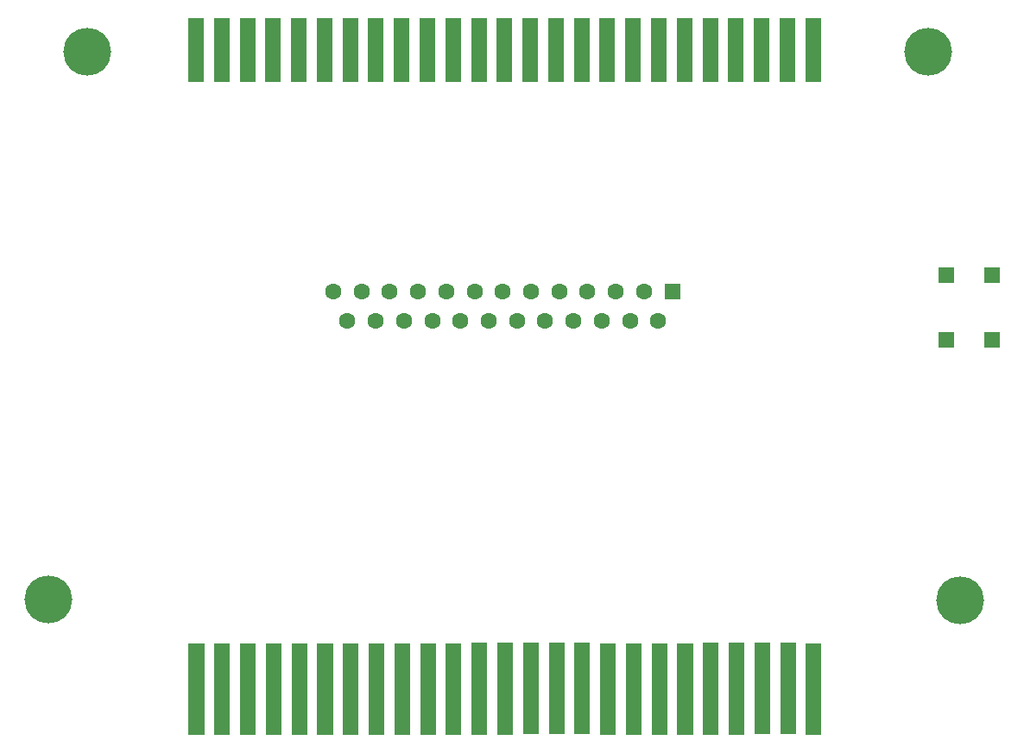
<source format=gbr>
%TF.GenerationSoftware,KiCad,Pcbnew,(6.0.2)*%
%TF.CreationDate,2022-10-23T11:46:50-05:00*%
%TF.ProjectId,REF1451,52454631-3435-4312-9e6b-696361645f70,rev?*%
%TF.SameCoordinates,Original*%
%TF.FileFunction,Soldermask,Bot*%
%TF.FilePolarity,Negative*%
%FSLAX46Y46*%
G04 Gerber Fmt 4.6, Leading zero omitted, Abs format (unit mm)*
G04 Created by KiCad (PCBNEW (6.0.2)) date 2022-10-23 11:46:50*
%MOMM*%
%LPD*%
G01*
G04 APERTURE LIST*
%ADD10C,0.000000*%
%ADD11R,1.530000X6.250000*%
%ADD12C,4.680000*%
%ADD13R,1.590000X1.590000*%
%ADD14R,1.530000X9.000000*%
%ADD15R,1.600000X1.600000*%
%ADD16C,1.600000*%
G04 APERTURE END LIST*
D10*
G36*
X132610200Y-129856700D02*
G01*
X131080200Y-129856700D01*
X131080200Y-120856700D01*
X132610200Y-120856700D01*
X132610200Y-129856700D01*
G37*
G36*
X170436200Y-129827700D02*
G01*
X168906200Y-129827700D01*
X168906200Y-120827700D01*
X170436200Y-120827700D01*
X170436200Y-129827700D01*
G37*
G36*
X145219200Y-129844700D02*
G01*
X143689200Y-129844700D01*
X143689200Y-120844700D01*
X145219200Y-120844700D01*
X145219200Y-129844700D01*
G37*
G36*
X130089200Y-129866700D02*
G01*
X128559200Y-129866700D01*
X128559200Y-120866700D01*
X130089200Y-120866700D01*
X130089200Y-129866700D01*
G37*
G36*
X162871200Y-129857700D02*
G01*
X161341200Y-129857700D01*
X161341200Y-120857700D01*
X162871200Y-120857700D01*
X162871200Y-129857700D01*
G37*
G36*
X172958200Y-129817700D02*
G01*
X171428200Y-129817700D01*
X171428200Y-120817700D01*
X172958200Y-120817700D01*
X172958200Y-129817700D01*
G37*
G36*
X127566200Y-129871700D02*
G01*
X126036200Y-129871700D01*
X126036200Y-120871700D01*
X127566200Y-120871700D01*
X127566200Y-129871700D01*
G37*
G36*
X152784200Y-129809700D02*
G01*
X151254200Y-129809700D01*
X151254200Y-120809700D01*
X152784200Y-120809700D01*
X152784200Y-129809700D01*
G37*
G36*
X167914200Y-129832700D02*
G01*
X166384200Y-129832700D01*
X166384200Y-120832700D01*
X167914200Y-120832700D01*
X167914200Y-129832700D01*
G37*
G36*
X142697200Y-129849700D02*
G01*
X141167200Y-129849700D01*
X141167200Y-120849700D01*
X142697200Y-120849700D01*
X142697200Y-129849700D01*
G37*
G36*
X120001200Y-129875700D02*
G01*
X118471200Y-129875700D01*
X118471200Y-120875700D01*
X120001200Y-120875700D01*
X120001200Y-129875700D01*
G37*
G36*
X165394200Y-129852700D02*
G01*
X163864200Y-129852700D01*
X163864200Y-120852700D01*
X165394200Y-120852700D01*
X165394200Y-129852700D01*
G37*
G36*
X150262200Y-129819700D02*
G01*
X148732200Y-129819700D01*
X148732200Y-120819700D01*
X150262200Y-120819700D01*
X150262200Y-129819700D01*
G37*
G36*
X135132200Y-129851700D02*
G01*
X133602200Y-129851700D01*
X133602200Y-120851700D01*
X135132200Y-120851700D01*
X135132200Y-129851700D01*
G37*
G36*
X125045200Y-129865700D02*
G01*
X123515200Y-129865700D01*
X123515200Y-120865700D01*
X125045200Y-120865700D01*
X125045200Y-129865700D01*
G37*
G36*
X157827200Y-129872700D02*
G01*
X156297200Y-129872700D01*
X156297200Y-120872700D01*
X157827200Y-120872700D01*
X157827200Y-129872700D01*
G37*
G36*
X147740200Y-129824700D02*
G01*
X146210200Y-129824700D01*
X146210200Y-120824700D01*
X147740200Y-120824700D01*
X147740200Y-129824700D01*
G37*
G36*
X140175200Y-129859700D02*
G01*
X138645200Y-129859700D01*
X138645200Y-120859700D01*
X140175200Y-120859700D01*
X140175200Y-129859700D01*
G37*
G36*
X175480200Y-129812700D02*
G01*
X173950200Y-129812700D01*
X173950200Y-120812700D01*
X175480200Y-120812700D01*
X175480200Y-129812700D01*
G37*
G36*
X160349200Y-129867700D02*
G01*
X158819200Y-129867700D01*
X158819200Y-120867700D01*
X160349200Y-120867700D01*
X160349200Y-129867700D01*
G37*
G36*
X117478200Y-129877700D02*
G01*
X115948200Y-129877700D01*
X115948200Y-120877700D01*
X117478200Y-120877700D01*
X117478200Y-129877700D01*
G37*
G36*
X137653200Y-129864700D02*
G01*
X136123200Y-129864700D01*
X136123200Y-120864700D01*
X137653200Y-120864700D01*
X137653200Y-129864700D01*
G37*
G36*
X155306200Y-129804700D02*
G01*
X153776200Y-129804700D01*
X153776200Y-120804700D01*
X155306200Y-120804700D01*
X155306200Y-129804700D01*
G37*
G36*
X122522200Y-129870700D02*
G01*
X120992200Y-129870700D01*
X120992200Y-120870700D01*
X122522200Y-120870700D01*
X122522200Y-129870700D01*
G37*
G36*
X178002200Y-129871700D02*
G01*
X176472200Y-129871700D01*
X176472200Y-120871700D01*
X178002200Y-120871700D01*
X178002200Y-129871700D01*
G37*
D11*
%TO.C,J3*%
X116659000Y-62620000D03*
X119177000Y-62620000D03*
X121702000Y-62620000D03*
X124229000Y-62620000D03*
X126748000Y-62620000D03*
X129267000Y-62620000D03*
X131790000Y-62620000D03*
X134309000Y-62620000D03*
X136828000Y-62620000D03*
X139356000Y-62620000D03*
X141881000Y-62620000D03*
X144402000Y-62620000D03*
X146926000Y-62620000D03*
X149446000Y-62620000D03*
X151966000Y-62620000D03*
X154485000Y-62620000D03*
X157003000Y-62620000D03*
X159527000Y-62620000D03*
X162053000Y-62620000D03*
X164571000Y-62620000D03*
X167091000Y-62620000D03*
X169610000Y-62620000D03*
X172140000Y-62620000D03*
X174666000Y-62620000D03*
X177185000Y-62620000D03*
%TD*%
D12*
%TO.C,Hole4*%
X191634000Y-116655000D03*
%TD*%
%TO.C,Hole2*%
X102177000Y-116610000D03*
%TD*%
%TO.C,Hole1*%
X106028000Y-62798000D03*
%TD*%
%TO.C,Hole3*%
X188459000Y-62837000D03*
%TD*%
D13*
%TO.C,SW1*%
X190205000Y-91084000D03*
X190245000Y-84734000D03*
X194691000Y-91087000D03*
X194730000Y-84735000D03*
%TD*%
D14*
%TO.C,J5*%
X116705000Y-125369000D03*
X119223000Y-125383000D03*
X121748000Y-125371000D03*
X124275000Y-125365000D03*
X126794000Y-125379000D03*
X129313000Y-125365000D03*
X131836000Y-125354000D03*
X134355000Y-125340000D03*
X136874000Y-125368000D03*
X139402000Y-125368000D03*
X141927000Y-125359000D03*
X144448000Y-125351000D03*
X146972000Y-125335000D03*
X149492000Y-125308000D03*
X152012000Y-125320000D03*
X154531000Y-125306000D03*
X157049000Y-125372000D03*
X159573000Y-125366000D03*
X162099000Y-125356000D03*
X164617000Y-125352000D03*
X167137000Y-125337000D03*
X169656000Y-125337000D03*
X172186000Y-125321000D03*
X174712000Y-125320000D03*
X177231000Y-125379000D03*
%TD*%
D15*
%TO.C,J1*%
X163369000Y-86383700D03*
D16*
X160599000Y-86383700D03*
X157829000Y-86383700D03*
X155059000Y-86383700D03*
X152289000Y-86383700D03*
X149519000Y-86383700D03*
X146749000Y-86383700D03*
X143979000Y-86383700D03*
X141209000Y-86383700D03*
X138439000Y-86383700D03*
X135669000Y-86383700D03*
X132899000Y-86383700D03*
X130129000Y-86383700D03*
X161984000Y-89223700D03*
X159214000Y-89223700D03*
X156444000Y-89223700D03*
X153674000Y-89223700D03*
X150904000Y-89223700D03*
X148134000Y-89223700D03*
X145364000Y-89223700D03*
X142594000Y-89223700D03*
X139824000Y-89223700D03*
X137054000Y-89223700D03*
X134284000Y-89223700D03*
X131514000Y-89223700D03*
%TD*%
M02*

</source>
